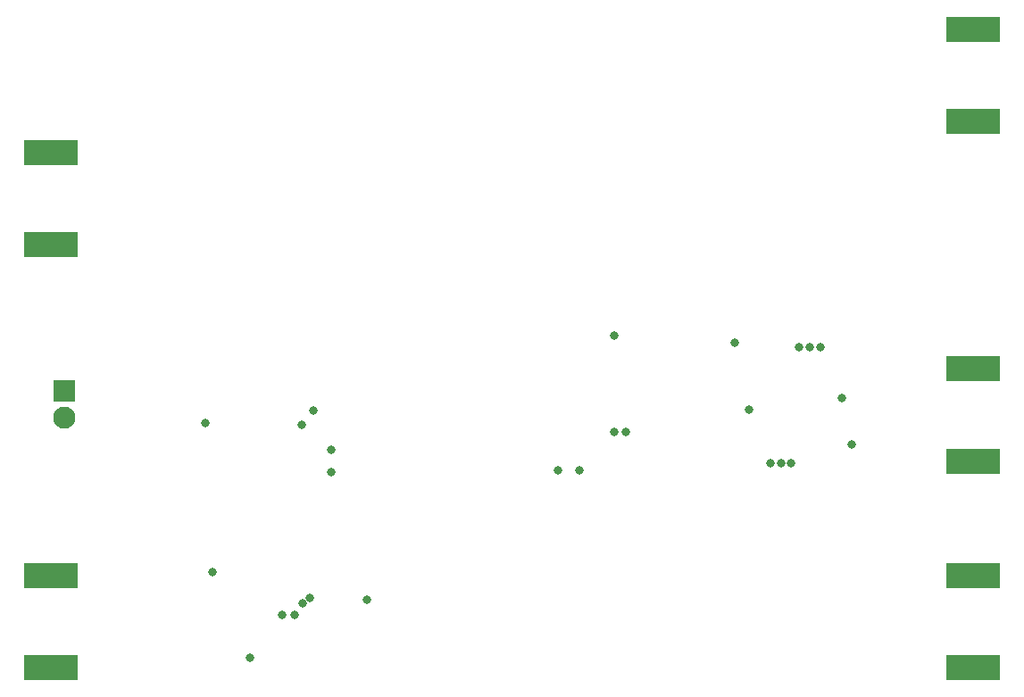
<source format=gbr>
%TF.GenerationSoftware,KiCad,Pcbnew,(5.1.8)-1*%
%TF.CreationDate,2021-11-19T11:08:09-06:00*%
%TF.ProjectId,EE514 Board,45453531-3420-4426-9f61-72642e6b6963,rev?*%
%TF.SameCoordinates,Original*%
%TF.FileFunction,Soldermask,Bot*%
%TF.FilePolarity,Negative*%
%FSLAX46Y46*%
G04 Gerber Fmt 4.6, Leading zero omitted, Abs format (unit mm)*
G04 Created by KiCad (PCBNEW (5.1.8)-1) date 2021-11-19 11:08:09*
%MOMM*%
%LPD*%
G01*
G04 APERTURE LIST*
%ADD10R,5.080000X2.420000*%
%ADD11C,2.100000*%
%ADD12R,2.100000X2.100000*%
%ADD13C,0.800000*%
G04 APERTURE END LIST*
D10*
%TO.C,J106*%
X185031800Y-94121200D03*
X185031800Y-102881200D03*
%TD*%
%TO.C,J105*%
X185031800Y-113730000D03*
X185031800Y-122490000D03*
%TD*%
%TO.C,J104*%
X185031800Y-61914000D03*
X185031800Y-70674000D03*
%TD*%
%TO.C,J103*%
X97594000Y-122490000D03*
X97594000Y-113730000D03*
%TD*%
%TO.C,J102*%
X97594000Y-82358000D03*
X97594000Y-73598000D03*
%TD*%
D11*
%TO.C,J101*%
X98806000Y-98806000D03*
D12*
X98806000Y-96266000D03*
%TD*%
D13*
X170535600Y-92049600D03*
X169570400Y-92049600D03*
X168554400Y-92049600D03*
X167767000Y-103073200D03*
X165785800Y-103073200D03*
X166801800Y-103073200D03*
X172618400Y-96951800D03*
X173532800Y-101320600D03*
X163753800Y-98044000D03*
X162458400Y-91694000D03*
X150977600Y-91008200D03*
X151028400Y-100101400D03*
X152069800Y-100101400D03*
X147726400Y-103809800D03*
X145694400Y-103809800D03*
X122428000Y-98094800D03*
X121361200Y-99491800D03*
X124180600Y-101828600D03*
X124180600Y-103936800D03*
X127533400Y-116027200D03*
X122097800Y-115849400D03*
X121437400Y-116357400D03*
X120675400Y-117525800D03*
X119456200Y-117525800D03*
X116408200Y-121539000D03*
X112928400Y-113436400D03*
X112217200Y-99314000D03*
M02*

</source>
